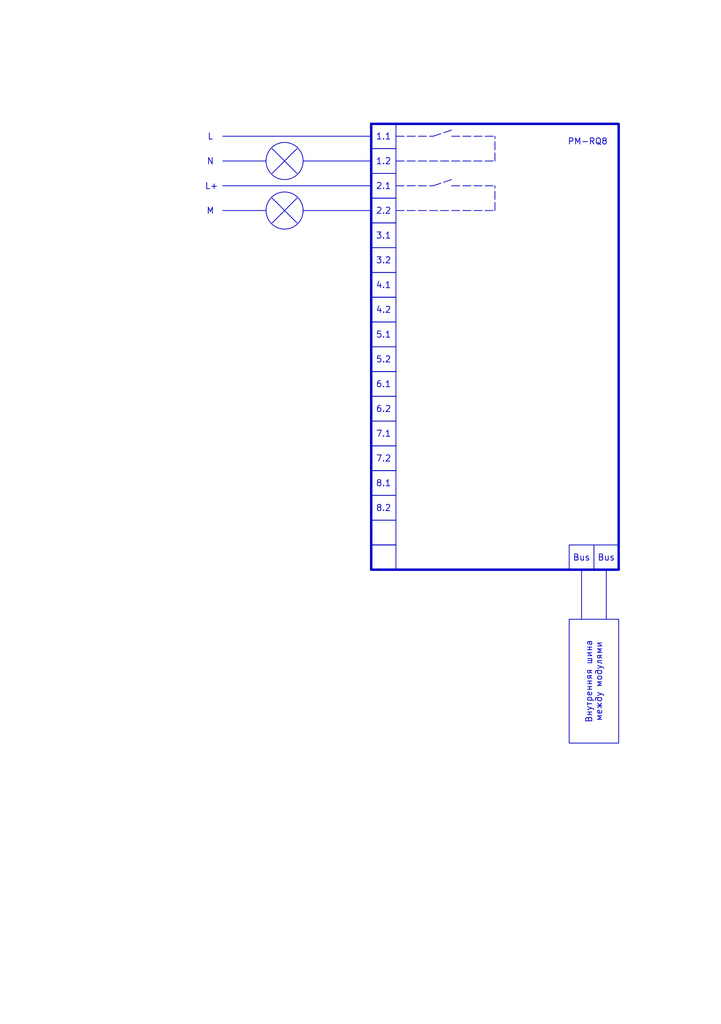
<source format=kicad_sch>
(kicad_sch
	(version 20231120)
	(generator "eeschema")
	(generator_version "8.0")
	(uuid "ca3e4e1c-051b-43f2-b963-08a976b836f1")
	(paper "A5" portrait)
	(title_block
		(title "Схема внешних подключений PM-RQ8")
		(date "2024-07-12")
		(comment 2 "Konstantin")
	)
	(lib_symbols)
	(polyline
		(pts
			(xy 55.88 30.48) (xy 60.96 35.56)
		)
		(stroke
			(width 0)
			(type default)
		)
		(uuid "0419e7cf-bbd2-432f-905b-aae3d10b22d0")
	)
	(polyline
		(pts
			(xy 88.9 38.1) (xy 92.71 36.83)
		)
		(stroke
			(width 0)
			(type dash)
		)
		(uuid "09f82a50-f848-4b69-87ab-52bee4422bf6")
	)
	(polyline
		(pts
			(xy 81.28 38.1) (xy 88.9 38.1)
		)
		(stroke
			(width 0)
			(type dash)
		)
		(uuid "129de7d2-d46b-4520-9e78-2751bb4edf72")
	)
	(polyline
		(pts
			(xy 101.6 33.02) (xy 101.6 27.94)
		)
		(stroke
			(width 0)
			(type dash)
		)
		(uuid "167415f8-5349-4bcf-b4bb-fe7795ea85a0")
	)
	(polyline
		(pts
			(xy 45.72 43.18) (xy 54.61 43.18)
		)
		(stroke
			(width 0)
			(type default)
		)
		(uuid "2e39697d-8ff2-4377-87e3-8481fd38f51d")
	)
	(polyline
		(pts
			(xy 81.28 27.94) (xy 88.9 27.94)
		)
		(stroke
			(width 0)
			(type dash)
		)
		(uuid "3626807d-3d13-43d3-a8bd-22c3e9bf3dcf")
	)
	(polyline
		(pts
			(xy 62.23 43.18) (xy 76.2 43.18)
		)
		(stroke
			(width 0)
			(type default)
		)
		(uuid "4adef9c6-2e45-432f-a672-6e5b5053fa30")
	)
	(polyline
		(pts
			(xy 45.72 33.02) (xy 54.61 33.02)
		)
		(stroke
			(width 0)
			(type default)
		)
		(uuid "5337f4f4-7bca-4f37-90c2-c75c4fe188a9")
	)
	(polyline
		(pts
			(xy 119.38 116.84) (xy 119.38 127)
		)
		(stroke
			(width 0)
			(type default)
		)
		(uuid "55774577-76a2-4e93-9a8c-85c4aa0aec1f")
	)
	(polyline
		(pts
			(xy 62.23 33.02) (xy 76.2 33.02)
		)
		(stroke
			(width 0)
			(type default)
		)
		(uuid "5ad9c3cb-a069-4835-b2e2-3e50df5907a5")
	)
	(polyline
		(pts
			(xy 55.88 40.64) (xy 60.96 45.72)
		)
		(stroke
			(width 0)
			(type default)
		)
		(uuid "5b4f6c5d-c00b-49c9-b8be-736dc42b2673")
	)
	(polyline
		(pts
			(xy 101.6 43.18) (xy 101.6 38.1)
		)
		(stroke
			(width 0)
			(type dash)
		)
		(uuid "6e8cb7f2-1c4c-4c7c-ae92-2636b94824f8")
	)
	(polyline
		(pts
			(xy 55.88 35.56) (xy 60.96 30.48)
		)
		(stroke
			(width 0)
			(type default)
		)
		(uuid "7054a94d-b353-4734-a946-3911f69d44d9")
	)
	(polyline
		(pts
			(xy 45.72 38.1) (xy 76.2 38.1)
		)
		(stroke
			(width 0)
			(type default)
		)
		(uuid "7b32c453-cfb4-44ba-beb6-47ecc448abbf")
	)
	(polyline
		(pts
			(xy 45.72 27.94) (xy 76.2 27.94)
		)
		(stroke
			(width 0)
			(type default)
		)
		(uuid "7df67289-4b2f-4fc7-a079-483429ea2c8d")
	)
	(polyline
		(pts
			(xy 92.71 38.1) (xy 101.6 38.1)
		)
		(stroke
			(width 0)
			(type dash)
		)
		(uuid "bd3ec490-9c48-40dc-9766-13ba07a009e5")
	)
	(polyline
		(pts
			(xy 124.46 116.84) (xy 124.46 127)
		)
		(stroke
			(width 0)
			(type default)
		)
		(uuid "ca54b0e9-edae-426b-8004-951516048ff2")
	)
	(polyline
		(pts
			(xy 55.88 45.72) (xy 60.96 40.64)
		)
		(stroke
			(width 0)
			(type default)
		)
		(uuid "d74fd6d3-33f6-4394-8c2a-40fe9f5d9ff1")
	)
	(polyline
		(pts
			(xy 81.28 33.02) (xy 101.6 33.02)
		)
		(stroke
			(width 0)
			(type dash)
		)
		(uuid "d8c8b69e-bda9-48f4-8f1c-83a053b40d4d")
	)
	(polyline
		(pts
			(xy 81.28 43.18) (xy 101.6 43.18)
		)
		(stroke
			(width 0)
			(type dash)
		)
		(uuid "da7d330e-056e-4454-a6eb-3b882fec2969")
	)
	(polyline
		(pts
			(xy 92.71 27.94) (xy 101.6 27.94)
		)
		(stroke
			(width 0)
			(type dash)
		)
		(uuid "db09aac3-536b-4aa6-adf4-b5febedcc7ad")
	)
	(polyline
		(pts
			(xy 88.9 27.94) (xy 92.71 26.67)
		)
		(stroke
			(width 0)
			(type dash)
		)
		(uuid "e34b476f-9618-46c2-b714-406ee2cdb846")
	)
	(rectangle
		(start 76.2 111.76)
		(end 81.28 116.84)
		(stroke
			(width 0)
			(type default)
		)
		(fill
			(type none)
		)
		(uuid 0e728aa0-d77a-4cd4-babd-13534ffaec3c)
	)
	(circle
		(center 58.42 43.18)
		(radius 3.81)
		(stroke
			(width 0)
			(type default)
		)
		(fill
			(type none)
		)
		(uuid 4e248f7b-b6dc-47a5-a40d-332b052c87cb)
	)
	(circle
		(center 58.42 33.02)
		(radius 3.81)
		(stroke
			(width 0)
			(type default)
		)
		(fill
			(type none)
		)
		(uuid 5c4eaacd-8b45-4ef3-beb4-411fd7b5eb3f)
	)
	(rectangle
		(start 76.2 25.4)
		(end 127 116.84)
		(stroke
			(width 0.5)
			(type default)
		)
		(fill
			(type none)
		)
		(uuid a7f01587-4004-41e2-a501-cff0b2f54dc6)
	)
	(rectangle
		(start 76.2 106.68)
		(end 81.28 111.76)
		(stroke
			(width 0)
			(type default)
		)
		(fill
			(type none)
		)
		(uuid edf879db-4bc7-4f6e-b607-98eb2b395215)
	)
	(text_box "2.2"
		(exclude_from_sim no)
		(at 76.2 40.64 0)
		(size 5.08 5.08)
		(stroke
			(width 0)
			(type default)
		)
		(fill
			(type none)
		)
		(effects
			(font
				(size 1.27 1.27)
			)
		)
		(uuid "048737db-b534-48ba-9321-74a3a4f736aa")
	)
	(text_box "8.2"
		(exclude_from_sim no)
		(at 76.2 101.6 0)
		(size 5.08 5.08)
		(stroke
			(width 0)
			(type default)
		)
		(fill
			(type none)
		)
		(effects
			(font
				(size 1.27 1.27)
			)
		)
		(uuid "2ddd1748-11fa-43da-b25b-f807272d6cec")
	)
	(text_box "Bus"
		(exclude_from_sim no)
		(at 121.92 111.76 0)
		(size 5.08 5.08)
		(stroke
			(width 0)
			(type default)
		)
		(fill
			(type none)
		)
		(effects
			(font
				(size 1.27 1.27)
			)
		)
		(uuid "41cc019d-f645-4afc-a392-f4761fa9c33b")
	)
	(text_box "5.1"
		(exclude_from_sim no)
		(at 76.2 66.04 0)
		(size 5.08 5.08)
		(stroke
			(width 0)
			(type default)
		)
		(fill
			(type none)
		)
		(effects
			(font
				(size 1.27 1.27)
			)
		)
		(uuid "42d8dab7-c728-40f3-9c06-abc583392a98")
	)
	(text_box "1.2"
		(exclude_from_sim no)
		(at 76.2 30.48 0)
		(size 5.08 5.08)
		(stroke
			(width 0)
			(type default)
		)
		(fill
			(type none)
		)
		(effects
			(font
				(size 1.27 1.27)
			)
		)
		(uuid "4d764e4c-2028-42ed-86d7-94b9f984f9a0")
	)
	(text_box "2.1"
		(exclude_from_sim no)
		(at 76.2 35.56 0)
		(size 5.08 5.08)
		(stroke
			(width 0)
			(type default)
		)
		(fill
			(type none)
		)
		(effects
			(font
				(size 1.27 1.27)
			)
		)
		(uuid "592aee43-0937-4431-a0c3-6b4b9c50a229")
	)
	(text_box "6.2"
		(exclude_from_sim no)
		(at 76.2 81.28 0)
		(size 5.08 5.08)
		(stroke
			(width 0)
			(type default)
		)
		(fill
			(type none)
		)
		(effects
			(font
				(size 1.27 1.27)
			)
		)
		(uuid "5f8293e3-652d-479b-9577-69b4205de4b3")
	)
	(text_box "4.1"
		(exclude_from_sim no)
		(at 76.2 55.88 0)
		(size 5.08 5.08)
		(stroke
			(width 0)
			(type default)
		)
		(fill
			(type none)
		)
		(effects
			(font
				(size 1.27 1.27)
			)
		)
		(uuid "6eebe3db-58ed-4155-8a16-2d367fa3a89a")
	)
	(text_box "5.2"
		(exclude_from_sim no)
		(at 76.2 71.12 0)
		(size 5.08 5.08)
		(stroke
			(width 0)
			(type default)
		)
		(fill
			(type none)
		)
		(effects
			(font
				(size 1.27 1.27)
			)
		)
		(uuid "9707f12d-c11a-446e-8c04-f4551771f483")
	)
	(text_box "4.2"
		(exclude_from_sim no)
		(at 76.2 60.96 0)
		(size 5.08 5.08)
		(stroke
			(width 0)
			(type default)
		)
		(fill
			(type none)
		)
		(effects
			(font
				(size 1.27 1.27)
			)
		)
		(uuid "a160b928-1639-49fd-b2dd-307c194f0453")
	)
	(text_box "3.1"
		(exclude_from_sim no)
		(at 76.2 45.72 0)
		(size 5.08 5.08)
		(stroke
			(width 0)
			(type default)
		)
		(fill
			(type none)
		)
		(effects
			(font
				(size 1.27 1.27)
			)
		)
		(uuid "a7406e28-4942-44d9-8ef2-563e42b0d0fc")
	)
	(text_box "8.1"
		(exclude_from_sim no)
		(at 76.2 96.52 0)
		(size 5.08 5.08)
		(stroke
			(width 0)
			(type default)
		)
		(fill
			(type none)
		)
		(effects
			(font
				(size 1.27 1.27)
			)
		)
		(uuid "c3e535b9-73b7-4f0b-bcc9-8e11c2e76f26")
	)
	(text_box "Bus"
		(exclude_from_sim no)
		(at 116.84 111.76 0)
		(size 5.08 5.08)
		(stroke
			(width 0)
			(type default)
		)
		(fill
			(type none)
		)
		(effects
			(font
				(size 1.27 1.27)
			)
		)
		(uuid "c5081877-03c0-4048-9e65-d52e97cce507")
	)
	(text_box "Внутренняя шина между модулями"
		(exclude_from_sim no)
		(at 116.84 127 90)
		(size 10.16 25.4)
		(stroke
			(width 0)
			(type default)
		)
		(fill
			(type none)
		)
		(effects
			(font
				(size 1.27 1.27)
			)
		)
		(uuid "c87b86f0-fdde-431a-a815-61ffab0cf775")
	)
	(text_box "7.2"
		(exclude_from_sim no)
		(at 76.2 91.44 0)
		(size 5.08 5.08)
		(stroke
			(width 0)
			(type default)
		)
		(fill
			(type none)
		)
		(effects
			(font
				(size 1.27 1.27)
			)
		)
		(uuid "d2ddc6d2-bae4-4a1a-9867-935458720842")
	)
	(text_box "7.1"
		(exclude_from_sim no)
		(at 76.2 86.36 0)
		(size 5.08 5.08)
		(stroke
			(width 0)
			(type default)
		)
		(fill
			(type none)
		)
		(effects
			(font
				(size 1.27 1.27)
			)
		)
		(uuid "d9eaf8aa-7067-4045-84fc-3d9e105e9af8")
	)
	(text_box "1.1"
		(exclude_from_sim no)
		(at 76.2 25.4 0)
		(size 5.08 5.08)
		(stroke
			(width 0)
			(type default)
		)
		(fill
			(type none)
		)
		(effects
			(font
				(size 1.27 1.27)
			)
		)
		(uuid "df4d99da-04b4-4e33-9d9c-e0a33653f67a")
	)
	(text_box "6.1"
		(exclude_from_sim no)
		(at 76.2 76.2 0)
		(size 5.08 5.08)
		(stroke
			(width 0)
			(type default)
		)
		(fill
			(type none)
		)
		(effects
			(font
				(size 1.27 1.27)
			)
		)
		(uuid "f00da900-7147-4aa7-b37b-8d1fe3157b1b")
	)
	(text_box "3.2"
		(exclude_from_sim no)
		(at 76.2 50.8 0)
		(size 5.08 5.08)
		(stroke
			(width 0)
			(type default)
		)
		(fill
			(type none)
		)
		(effects
			(font
				(size 1.27 1.27)
			)
		)
		(uuid "f3665cd2-02de-46b4-8741-42550d5ab9e0")
	)
	(text "N"
		(exclude_from_sim no)
		(at 43.18 33.274 0)
		(effects
			(font
				(size 1.27 1.27)
			)
		)
		(uuid "3f3c7e25-0be3-40f4-9279-3f60df075acf")
	)
	(text "L+"
		(exclude_from_sim no)
		(at 43.434 38.354 0)
		(effects
			(font
				(size 1.27 1.27)
			)
		)
		(uuid "72ff8a9b-7874-4ff3-b993-a429b6115a5c")
	)
	(text "M"
		(exclude_from_sim no)
		(at 43.18 43.434 0)
		(effects
			(font
				(size 1.27 1.27)
			)
		)
		(uuid "7a3bc196-727c-41a2-922e-bf0e6bf61af0")
	)
	(text "L"
		(exclude_from_sim no)
		(at 43.18 28.194 0)
		(effects
			(font
				(size 1.27 1.27)
			)
		)
		(uuid "a84a9852-bd23-4261-b7be-fa43cb836fe8")
	)
	(text "PM-RQ8"
		(exclude_from_sim no)
		(at 120.65 29.21 0)
		(effects
			(font
				(size 1.27 1.27)
			)
		)
		(uuid "be152c5b-c37d-446e-bc50-410cb52250b2")
	)
)

</source>
